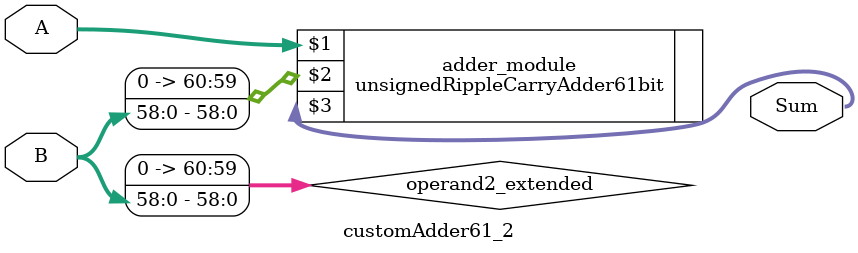
<source format=v>
module customAdder61_2(
                        input [60 : 0] A,
                        input [58 : 0] B,
                        
                        output [61 : 0] Sum
                );

        wire [60 : 0] operand2_extended;
        
        assign operand2_extended =  {2'b0, B};
        
        unsignedRippleCarryAdder61bit adder_module(
            A,
            operand2_extended,
            Sum
        );
        
        endmodule
        
</source>
